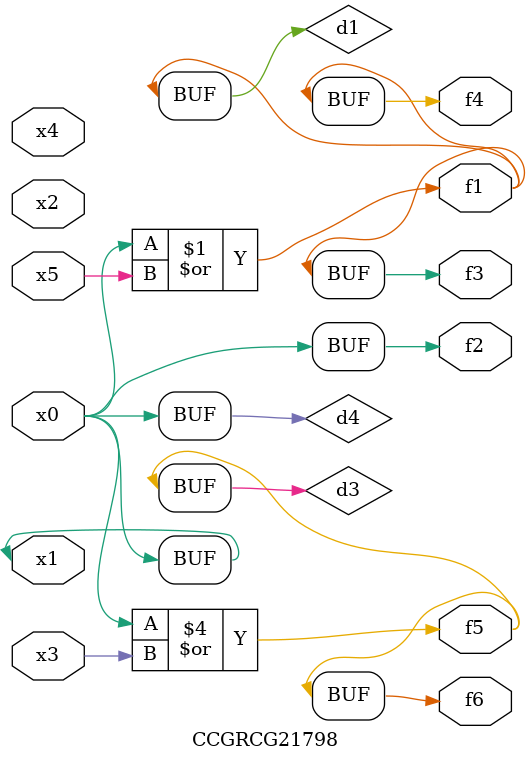
<source format=v>
module CCGRCG21798(
	input x0, x1, x2, x3, x4, x5,
	output f1, f2, f3, f4, f5, f6
);

	wire d1, d2, d3, d4;

	or (d1, x0, x5);
	xnor (d2, x1, x4);
	or (d3, x0, x3);
	buf (d4, x0, x1);
	assign f1 = d1;
	assign f2 = d4;
	assign f3 = d1;
	assign f4 = d1;
	assign f5 = d3;
	assign f6 = d3;
endmodule

</source>
